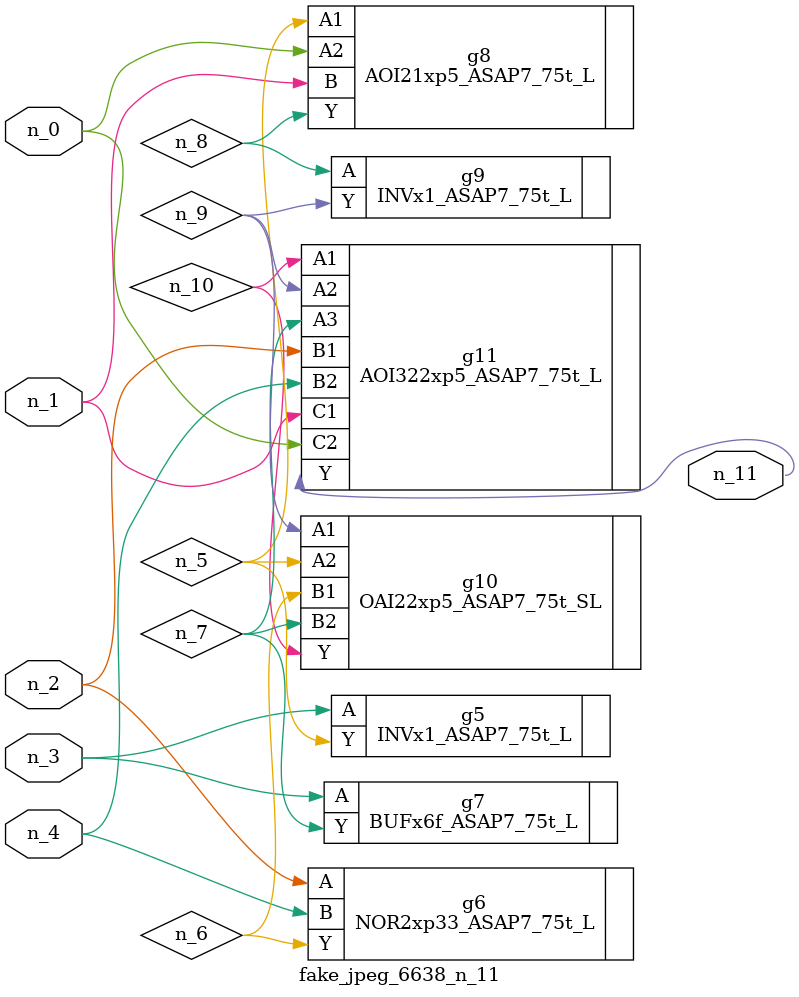
<source format=v>
module fake_jpeg_6638_n_11 (n_3, n_2, n_1, n_0, n_4, n_11);

input n_3;
input n_2;
input n_1;
input n_0;
input n_4;

output n_11;

wire n_10;
wire n_8;
wire n_9;
wire n_6;
wire n_5;
wire n_7;

INVx1_ASAP7_75t_L g5 ( 
.A(n_3),
.Y(n_5)
);

NOR2xp33_ASAP7_75t_L g6 ( 
.A(n_2),
.B(n_4),
.Y(n_6)
);

BUFx6f_ASAP7_75t_L g7 ( 
.A(n_3),
.Y(n_7)
);

AOI21xp5_ASAP7_75t_L g8 ( 
.A1(n_5),
.A2(n_0),
.B(n_1),
.Y(n_8)
);

INVx1_ASAP7_75t_L g9 ( 
.A(n_8),
.Y(n_9)
);

OAI22xp5_ASAP7_75t_SL g10 ( 
.A1(n_9),
.A2(n_5),
.B1(n_6),
.B2(n_7),
.Y(n_10)
);

AOI322xp5_ASAP7_75t_L g11 ( 
.A1(n_10),
.A2(n_9),
.A3(n_7),
.B1(n_2),
.B2(n_4),
.C1(n_1),
.C2(n_0),
.Y(n_11)
);


endmodule
</source>
